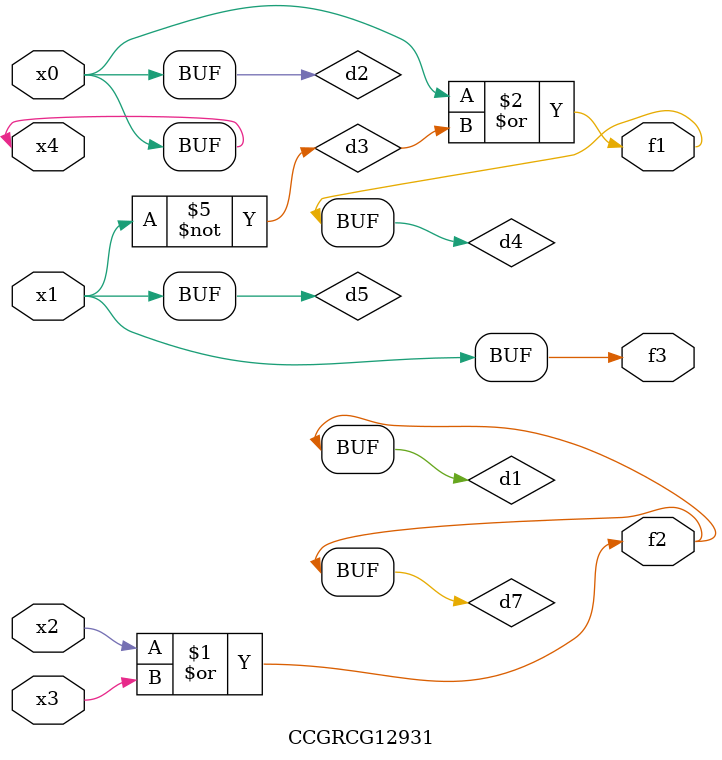
<source format=v>
module CCGRCG12931(
	input x0, x1, x2, x3, x4,
	output f1, f2, f3
);

	wire d1, d2, d3, d4, d5, d6, d7;

	or (d1, x2, x3);
	buf (d2, x0, x4);
	not (d3, x1);
	or (d4, d2, d3);
	not (d5, d3);
	nand (d6, d1, d3);
	or (d7, d1);
	assign f1 = d4;
	assign f2 = d7;
	assign f3 = d5;
endmodule

</source>
